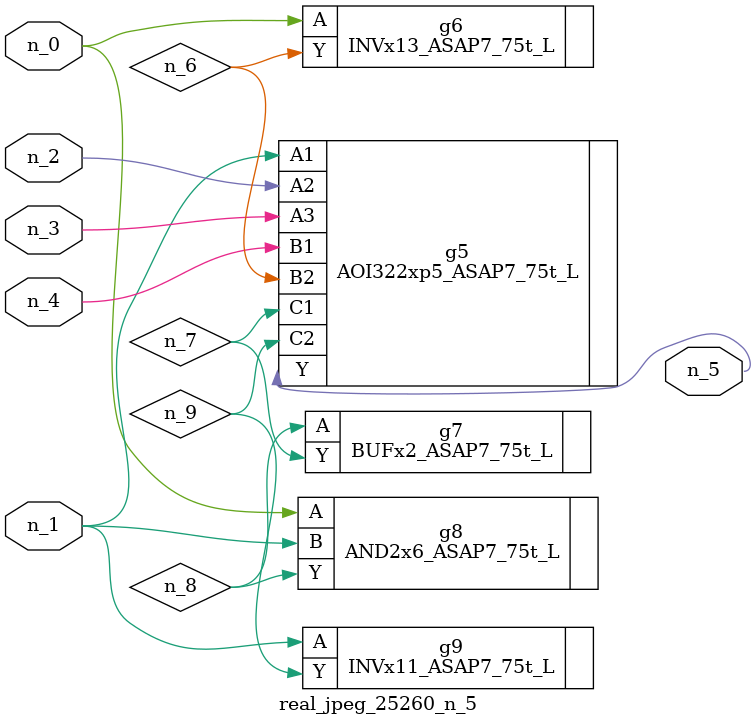
<source format=v>
module real_jpeg_25260_n_5 (n_4, n_0, n_1, n_2, n_3, n_5);

input n_4;
input n_0;
input n_1;
input n_2;
input n_3;

output n_5;

wire n_8;
wire n_6;
wire n_7;
wire n_9;

INVx13_ASAP7_75t_L g6 ( 
.A(n_0),
.Y(n_6)
);

AND2x6_ASAP7_75t_L g8 ( 
.A(n_0),
.B(n_1),
.Y(n_8)
);

AOI322xp5_ASAP7_75t_L g5 ( 
.A1(n_1),
.A2(n_2),
.A3(n_3),
.B1(n_4),
.B2(n_6),
.C1(n_7),
.C2(n_9),
.Y(n_5)
);

INVx11_ASAP7_75t_L g9 ( 
.A(n_1),
.Y(n_9)
);

BUFx2_ASAP7_75t_L g7 ( 
.A(n_8),
.Y(n_7)
);


endmodule
</source>
